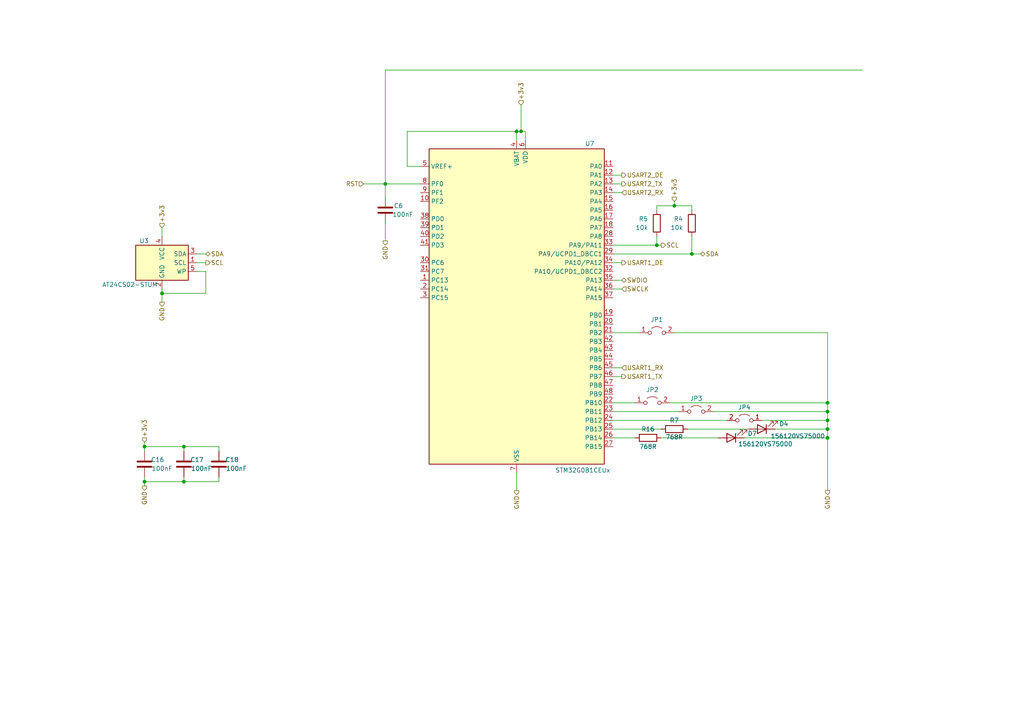
<source format=kicad_sch>
(kicad_sch (version 20250114) (generator "eeschema") (generator_version "9.0")
  (paper "A4")
  (lib_symbols
    (symbol "Device:C" (pin_numbers (hide yes)) (pin_names (offset 0.254))
      (property "Reference" "C" (at 0.635 2.54 0))
      (property "Value" "C" (at 0.635 -2.54 0))
      (symbol "C_0_1"
        (polyline (pts (xy -2.032 0.762) (xy 2.032 0.762)) (stroke (width 0.508)))
        (polyline (pts (xy -2.032 -0.762) (xy 2.032 -0.762)) (stroke (width 0.508)))
      )
      (symbol "C_1_1"
        (pin passive line (at 0 3.81 270) (length 2.794) (name "~") (number "1"))
        (pin passive line (at 0 -3.81 90) (length 2.794) (name "~") (number "2"))
      )
    )
    (symbol "Device:LED" (pin_numbers (hide yes)) (pin_names (offset 1.016) (hide yes))
      (property "Reference" "D" (at 0 2.54 0))
      (property "Value" "LED" (at 0 -2.54 0))
      (symbol "LED_0_1"
        (polyline (pts (xy -3.048 -0.762) (xy -4.572 -2.286) (xy -3.81 -2.286) (xy -4.572 -2.286) (xy -4.572 -1.524)))
        (polyline (pts (xy -1.778 -0.762) (xy -3.302 -2.286) (xy -2.54 -2.286) (xy -3.302 -2.286) (xy -3.302 -1.524)))
        (polyline (pts (xy -1.27 0) (xy 1.27 0)))
        (polyline (pts (xy -1.27 -1.27) (xy -1.27 1.27)) (stroke (width 0.254)))
        (polyline (pts (xy 1.27 -1.27) (xy 1.27 1.27) (xy -1.27 0) (xy 1.27 -1.27)) (stroke (width 0.254)))
      )
      (symbol "LED_1_1"
        (pin passive line (at -3.81 0 0) (length 2.54) (name "K") (number "1"))
        (pin passive line (at 3.81 0 180) (length 2.54) (name "A") (number "2"))
      )
    )
    (symbol "Device:R" (pin_numbers (hide yes)) (pin_names (offset 0))
      (property "Reference" "R" (at 2.032 0 90))
      (property "Value" "R" (at 0 0 90))
      (symbol "R_0_1"
        (rectangle (start -1.016 -2.54) (end 1.016 2.54) (stroke (width 0.254)))
      )
      (symbol "R_1_1"
        (pin passive line (at 0 3.81 270) (length 1.27) (name "~") (number "1"))
        (pin passive line (at 0 -3.81 90) (length 1.27) (name "~") (number "2"))
      )
    )
    (symbol "Jumper:Jumper_2_Open" (pin_names (offset 0) (hide yes))
      (property "Reference" "JP" (at 0 2.794 0))
      (property "Value" "Jumper_2_Open" (at 0 -2.286 0))
      (symbol "Jumper_2_Open_0_0"
        (circle (center -2.032 0) (radius 0.508))
        (circle (center 2.032 0) (radius 0.508))
      )
      (symbol "Jumper_2_Open_0_1"
        (arc (start -1.524 1.27) (mid 0 1.778) (end 1.524 1.27))
      )
      (symbol "Jumper_2_Open_1_1"
        (pin passive line (at -5.08 0 0) (length 2.54) (name "A") (number "1"))
        (pin passive line (at 5.08 0 180) (length 2.54) (name "B") (number "2"))
      )
    )
    (symbol "MCU_ST_STM32G0:STM32G0B1CEUx"
      (property "Reference" "U" (at -25.4 46.99 0))
      (property "Value" "STM32G0B1CEUx" (at 5.08 46.99 0))
      (symbol "STM32G0B1CEUx_0_1"
        (rectangle (start -25.4 -45.72) (end 25.4 45.72) (stroke (width 0.254)) (fill (type background)))
      )
      (symbol "STM32G0B1CEUx_1_1"
        (pin input line (at -27.94 40.64 0) (length 2.54) (name "VREF+") (number "5"))
        (pin bidirectional line (at -27.94 35.56 0) (length 2.54) (name "PF0") (number "8"))
        (pin bidirectional line (at -27.94 33.02 0) (length 2.54) (name "PF1") (number "9"))
        (pin bidirectional line (at -27.94 30.48 0) (length 2.54) (name "PF2") (number "10"))
        (pin bidirectional line (at -27.94 25.4 0) (length 2.54) (name "PD0") (number "38"))
        (pin bidirectional line (at -27.94 22.86 0) (length 2.54) (name "PD1") (number "39"))
        (pin bidirectional line (at -27.94 20.32 0) (length 2.54) (name "PD2") (number "40"))
        (pin bidirectional line (at -27.94 17.78 0) (length 2.54) (name "PD3") (number "41"))
        (pin bidirectional line (at -27.94 12.7 0) (length 2.54) (name "PC6") (number "30"))
        (pin bidirectional line (at -27.94 10.16 0) (length 2.54) (name "PC7") (number "31"))
        (pin bidirectional line (at -27.94 7.62 0) (length 2.54) (name "PC13") (number "1"))
        (pin bidirectional line (at -27.94 5.08 0) (length 2.54) (name "PC14") (number "2"))
        (pin bidirectional line (at -27.94 2.54 0) (length 2.54) (name "PC15") (number "3"))
        (pin power_in line (at 0 48.26 270) (length 2.54) (name "VBAT") (number "4"))
        (pin passive line (at 0 -48.26 90) (length 2.54) (hide yes) (name "VSS") (number "49"))
        (pin power_in line (at 0 -48.26 90) (length 2.54) (name "VSS") (number "7"))
        (pin power_in line (at 2.54 48.26 270) (length 2.54) (name "VDD") (number "6"))
        (pin bidirectional line (at 27.94 40.64 180) (length 2.54) (name "PA0") (number "11"))
        (pin bidirectional line (at 27.94 38.1 180) (length 2.54) (name "PA1") (number "12"))
        (pin bidirectional line (at 27.94 35.56 180) (length 2.54) (name "PA2") (number "13"))
        (pin bidirectional line (at 27.94 33.02 180) (length 2.54) (name "PA3") (number "14"))
        (pin bidirectional line (at 27.94 30.48 180) (length 2.54) (name "PA4") (number "15"))
        (pin bidirectional line (at 27.94 27.94 180) (length 2.54) (name "PA5") (number "16"))
        (pin bidirectional line (at 27.94 25.4 180) (length 2.54) (name "PA6") (number "17"))
        (pin bidirectional line (at 27.94 22.86 180) (length 2.54) (name "PA7") (number "18"))
        (pin bidirectional line (at 27.94 20.32 180) (length 2.54) (name "PA8") (number "28"))
        (pin bidirectional line (at 27.94 17.78 180) (length 2.54) (name "PA9/PA11") (number "33"))
        (pin bidirectional line (at 27.94 15.24 180) (length 2.54) (name "PA9/UCPD1_DBCC1") (number "29"))
        (pin bidirectional line (at 27.94 12.7 180) (length 2.54) (name "PA10/PA12") (number "34"))
        (pin bidirectional line (at 27.94 10.16 180) (length 2.54) (name "PA10/UCPD1_DBCC2") (number "32"))
        (pin bidirectional line (at 27.94 7.62 180) (length 2.54) (name "PA13") (number "35"))
        (pin bidirectional line (at 27.94 5.08 180) (length 2.54) (name "PA14") (number "36"))
        (pin bidirectional line (at 27.94 2.54 180) (length 2.54) (name "PA15") (number "37"))
        (pin bidirectional line (at 27.94 -2.54 180) (length 2.54) (name "PB0") (number "19"))
        (pin bidirectional line (at 27.94 -5.08 180) (length 2.54) (name "PB1") (number "20"))
        (pin bidirectional line (at 27.94 -7.62 180) (length 2.54) (name "PB2") (number "21"))
        (pin bidirectional line (at 27.94 -10.16 180) (length 2.54) (name "PB3") (number "42"))
        (pin bidirectional line (at 27.94 -12.7 180) (length 2.54) (name "PB4") (number "43"))
        (pin bidirectional line (at 27.94 -15.24 180) (length 2.54) (name "PB5") (number "44"))
        (pin bidirectional line (at 27.94 -17.78 180) (length 2.54) (name "PB6") (number "45"))
        (pin bidirectional line (at 27.94 -20.32 180) (length 2.54) (name "PB7") (number "46"))
        (pin bidirectional line (at 27.94 -22.86 180) (length 2.54) (name "PB8") (number "47"))
        (pin bidirectional line (at 27.94 -25.4 180) (length 2.54) (name "PB9") (number "48"))
        (pin bidirectional line (at 27.94 -27.94 180) (length 2.54) (name "PB10") (number "22"))
        (pin bidirectional line (at 27.94 -30.48 180) (length 2.54) (name "PB11") (number "23"))
        (pin bidirectional line (at 27.94 -33.02 180) (length 2.54) (name "PB12") (number "24"))
        (pin bidirectional line (at 27.94 -35.56 180) (length 2.54) (name "PB13") (number "25"))
        (pin bidirectional line (at 27.94 -38.1 180) (length 2.54) (name "PB14") (number "26"))
        (pin bidirectional line (at 27.94 -40.64 180) (length 2.54) (name "PB15") (number "27"))
      )
    )
    (symbol "Memory_EEPROM:AT24CS02-STUM"
      (property "Reference" "U" (at -7.62 6.35 0))
      (property "Value" "AT24CS02-STUM" (at 2.54 -6.35 0))
      (symbol "AT24CS02-STUM_1_1"
        (rectangle (start -7.62 5.08) (end 7.62 -5.08) (stroke (width 0.254)) (fill (type background)))
        (pin power_in line (at 0 7.62 270) (length 2.54) (name "VCC") (number "4"))
        (pin power_in line (at 0 -7.62 90) (length 2.54) (name "GND") (number "2"))
        (pin bidirectional line (at 10.16 2.54 180) (length 2.54) (name "SDA") (number "3"))
        (pin input line (at 10.16 0 180) (length 2.54) (name "SCL") (number "1"))
        (pin input line (at 10.16 -2.54 180) (length 2.54) (name "WP") (number "5"))
      )
    )
  )
  (junction (at 53.34 129.54))
  (junction (at 200.66 73.66))
  (junction (at 240.03 116.84))
  (junction (at 111.76 53.34))
  (junction (at 240.03 127))
  (junction (at 46.99 85.09))
  (junction (at 240.03 121.92))
  (junction (at 53.34 139.7))
  (junction (at 41.91 139.7))
  (junction (at 190.5 71.12))
  (junction (at 41.91 129.54))
  (junction (at 149.86 38.1))
  (junction (at 240.03 119.38))
  (junction (at 151.13 38.1))
  (junction (at 240.03 124.46))
  (junction (at 195.58 59.69))
  (wire (pts (xy 57.15 78.74) (xy 59.69 78.74)))
  (wire (pts (xy 177.8 53.34) (xy 180.34 53.34)))
  (wire (pts (xy 177.8 109.22) (xy 180.34 109.22)))
  (wire (pts (xy 200.66 73.66) (xy 200.66 68.58)))
  (wire (pts (xy 63.5 138.43) (xy 63.5 139.7)))
  (wire (pts (xy 177.8 55.88) (xy 180.34 55.88)))
  (wire (pts (xy 59.69 85.09) (xy 46.99 85.09)))
  (wire (pts (xy 195.58 58.42) (xy 195.58 59.69)))
  (wire (pts (xy 46.99 85.09) (xy 46.99 87.63)))
  (wire (pts (xy 53.34 139.7) (xy 63.5 139.7)))
  (wire (pts (xy 190.5 71.12) (xy 191.77 71.12)))
  (wire (pts (xy 152.4 38.1) (xy 152.4 40.64)))
  (wire (pts (xy 200.66 60.96) (xy 200.66 59.69)))
  (wire (pts (xy 149.86 137.16) (xy 149.86 142.24)))
  (wire (pts (xy 240.03 121.92) (xy 240.03 124.46)))
  (wire (pts (xy 195.58 96.52) (xy 240.03 96.52)))
  (wire (pts (xy 177.8 124.46) (xy 191.77 124.46)))
  (wire (pts (xy 240.03 119.38) (xy 240.03 121.92)))
  (wire (pts (xy 111.76 53.34) (xy 111.76 57.15)))
  (wire (pts (xy 53.34 129.54) (xy 41.91 129.54)))
  (wire (pts (xy 151.13 30.48) (xy 151.13 38.1)))
  (wire (pts (xy 200.66 73.66) (xy 203.2 73.66)))
  (wire (pts (xy 111.76 53.34) (xy 121.92 53.34)))
  (wire (pts (xy 177.8 73.66) (xy 200.66 73.66)))
  (wire (pts (xy 240.03 127) (xy 240.03 142.24)))
  (wire (pts (xy 41.91 128.27) (xy 41.91 129.54)))
  (wire (pts (xy 199.39 124.46) (xy 217.17 124.46)))
  (wire (pts (xy 53.34 138.43) (xy 53.34 139.7)))
  (wire (pts (xy 105.41 53.34) (xy 111.76 53.34)))
  (wire (pts (xy 240.03 116.84) (xy 240.03 119.38)))
  (wire (pts (xy 200.66 59.69) (xy 195.58 59.69)))
  (wire (pts (xy 63.5 129.54) (xy 53.34 129.54)))
  (wire (pts (xy 177.8 76.2) (xy 180.34 76.2)))
  (wire (pts (xy 41.91 139.7) (xy 53.34 139.7)))
  (wire (pts (xy 121.92 48.26) (xy 118.11 48.26)))
  (wire (pts (xy 220.98 121.92) (xy 240.03 121.92)))
  (wire (pts (xy 151.13 38.1) (xy 152.4 38.1)))
  (wire (pts (xy 57.15 73.66) (xy 59.69 73.66)))
  (wire (pts (xy 53.34 129.54) (xy 53.34 130.81)))
  (wire (pts (xy 46.99 83.82) (xy 46.99 85.09)))
  (wire (pts (xy 57.15 76.2) (xy 59.69 76.2)))
  (wire (pts (xy 41.91 138.43) (xy 41.91 139.7)))
  (wire (pts (xy 63.5 130.81) (xy 63.5 129.54)))
  (wire (pts (xy 149.86 38.1) (xy 151.13 38.1)))
  (wire (pts (xy 111.76 20.32) (xy 111.76 53.34)))
  (wire (pts (xy 250.19 20.32) (xy 111.76 20.32)))
  (wire (pts (xy 215.9 127) (xy 240.03 127)))
  (wire (pts (xy 177.8 50.8) (xy 180.34 50.8)))
  (wire (pts (xy 177.8 127) (xy 184.15 127)))
  (wire (pts (xy 224.79 124.46) (xy 240.03 124.46)))
  (wire (pts (xy 177.8 106.68) (xy 180.34 106.68)))
  (wire (pts (xy 190.5 60.96) (xy 190.5 59.69)))
  (wire (pts (xy 177.8 119.38) (xy 196.85 119.38)))
  (wire (pts (xy 111.76 64.77) (xy 111.76 69.85)))
  (wire (pts (xy 41.91 139.7) (xy 41.91 140.97)))
  (wire (pts (xy 177.8 116.84) (xy 184.15 116.84)))
  (wire (pts (xy 149.86 40.64) (xy 149.86 38.1)))
  (wire (pts (xy 177.8 121.92) (xy 210.82 121.92)))
  (wire (pts (xy 177.8 81.28) (xy 180.34 81.28)))
  (wire (pts (xy 41.91 129.54) (xy 41.91 130.81)))
  (wire (pts (xy 195.58 59.69) (xy 190.5 59.69)))
  (wire (pts (xy 240.03 124.46) (xy 240.03 127)))
  (wire (pts (xy 177.8 96.52) (xy 185.42 96.52)))
  (wire (pts (xy 208.28 127) (xy 191.77 127)))
  (wire (pts (xy 177.8 71.12) (xy 190.5 71.12)))
  (wire (pts (xy 177.8 83.82) (xy 180.34 83.82)))
  (wire (pts (xy 46.99 66.04) (xy 46.99 68.58)))
  (wire (pts (xy 190.5 68.58) (xy 190.5 71.12)))
  (wire (pts (xy 118.11 38.1) (xy 118.11 48.26)))
  (wire (pts (xy 240.03 96.52) (xy 240.03 116.84)))
  (wire (pts (xy 118.11 38.1) (xy 149.86 38.1)))
  (wire (pts (xy 59.69 78.74) (xy 59.69 85.09)))
  (wire (pts (xy 207.01 119.38) (xy 240.03 119.38)))
  (wire (pts (xy 194.31 116.84) (xy 240.03 116.84)))
  (hierarchical_label "GND" (shape output) (at 149.86 142.24 270))
  (hierarchical_label "SDA" (shape bidirectional) (at 59.69 73.66 0))
  (hierarchical_label "USART1_DE" (shape output) (at 180.34 76.2 0))
  (hierarchical_label "SWDIO" (shape bidirectional) (at 180.34 81.28 0))
  (hierarchical_label "USART2_TX" (shape output) (at 180.34 53.34 0))
  (hierarchical_label "USART2_RX" (shape input) (at 180.34 55.88 0))
  (hierarchical_label "SCL" (shape output) (at 191.77 71.12 0))
  (hierarchical_label "GND" (shape output) (at 41.91 140.97 270))
  (hierarchical_label "SCL" (shape output) (at 59.69 76.2 0))
  (hierarchical_label "SWCLK" (shape input) (at 180.34 83.82 0))
  (hierarchical_label "GND" (shape output) (at 240.03 142.24 270))
  (hierarchical_label "+3v3" (shape input) (at 151.13 30.48 90))
  (hierarchical_label "SDA" (shape bidirectional) (at 203.2 73.66 0))
  (hierarchical_label "GND" (shape output) (at 111.76 69.85 270))
  (hierarchical_label "+3v3" (shape input) (at 41.91 128.27 90))
  (hierarchical_label "USART2_DE" (shape output) (at 180.34 50.8 0))
  (hierarchical_label "RST" (shape input) (at 105.41 53.34 180))
  (hierarchical_label "USART1_TX" (shape output) (at 180.34 109.22 0))
  (hierarchical_label "USART1_RX" (shape input) (at 180.34 106.68 0))
  (hierarchical_label "+3v3" (shape input) (at 46.99 66.04 90))
  (hierarchical_label "+3v3" (shape input) (at 195.58 58.42 90))
  (hierarchical_label "GND" (shape output) (at 46.99 87.63 270))
  (symbol (lib_id "Device:LED") (at 212.09 127 180) (unit 1)
    (property "Reference" "D7" (at 218.186 125.73 0))
    (property "Value" "156120VS75000" (at 221.996 128.778 0))
    (property "Footprint" "LT600_Adapter:WL-SMRW" (effects (hide yes)))
    (property "Datasheet" "https://www.we-online.com/components/products/datasheet/156120VS75000.pdf" (effects (hide yes)))
  )
  (symbol (lib_id "Device:R") (at 187.96 127 270) (unit 1)
    (property "Reference" "R16" (at 187.96 124.46 90))
    (property "Value" "768R" (at 187.96 129.54 90))
    (property "Footprint" "Resistor_SMD:R_0603_1608Metric" (effects (hide yes)))
  )
  (symbol (lib_id "Device:C") (at 53.34 134.62 180) (unit 1)
    (property "Reference" "C17" (at 57.15 133.35 0))
    (property "Value" "100nF" (at 58.42 135.89 0))
    (property "Footprint" "Capacitor_SMD:C_0402_1005Metric" (effects (hide yes)))
    (property "Voltage" "25V" (effects (hide yes)))
  )
  (symbol (lib_id "Device:C") (at 41.91 134.62 180) (unit 1)
    (property "Reference" "C16" (at 45.72 133.35 0))
    (property "Value" "100nF" (at 46.99 135.89 0))
    (property "Footprint" "Capacitor_SMD:C_0402_1005Metric" (effects (hide yes)))
    (property "Voltage" "25V" (effects (hide yes)))
  )
  (symbol (lib_id "Memory_EEPROM:AT24CS02-STUM") (at 46.99 76.2 0) (unit 1)
    (property "Reference" "U3" (at 43.18 69.85 0) (effects (justify right)))
    (property "Value" "AT24CS02-STUM" (at 45.72 82.55 0) (effects (justify right)))
    (property "Footprint" "Package_TO_SOT_SMD:SOT-23-5" (effects (hide yes)))
    (property "Datasheet" "http://ww1.microchip.com/downloads/en/DeviceDoc/Atmel-8815-SEEPROM-AT24CS01-02-Datasheet.pdf" (effects (hide yes)))
    (property "Description" "I2C Serial EEPROM, 2Kb (256x8) with Unique Serial Number, SOT-23-5" (effects (hide yes)))
  )
  (symbol (lib_id "MCU_ST_STM32G0:STM32G0B1CEUx") (at 149.86 88.9 0) (unit 1)
    (property "Reference" "U7" (at 169.672 41.656 0) (effects (justify left)))
    (property "Value" "STM32G0B1CEUx" (at 161.036 136.398 0) (effects (justify left)))
    (property "Footprint" "Package_DFN_QFN:QFN-48-1EP_7x7mm_P0.5mm_EP5.6x5.6mm" (effects (hide yes)))
    (property "Datasheet" "https://www.st.com/resource/en/datasheet/stm32g0b1ce.pdf" (effects (hide yes)))
    (property "Description" "STMicroelectronics Arm Cortex-M0+ MCU, 512KB flash, 144KB RAM, 64 MHz, 1.7-3.6V, 44 GPIO, UFQFPN48" (effects (hide yes)))
  )
  (symbol (lib_id "Jumper:Jumper_2_Open") (at 201.93 119.38 0) (unit 1) (in_bom no)
    (property "Reference" "JP3" (at 201.93 115.57 0))
    (property "Value" "Jumper_2_Open" (effects (hide yes)))
    (property "Footprint" "Jumper:SolderJumper-2_P1.3mm_Open_RoundedPad1.0x1.5mm" (effects (hide yes)))
  )
  (symbol (lib_id "Jumper:Jumper_2_Open") (at 215.9 121.92 0) (mirror y) (unit 1) (in_bom no)
    (property "Reference" "JP4" (at 215.9 118.11 0))
    (property "Value" "Jumper_2_Open" (effects (hide yes)))
    (property "Footprint" "Jumper:SolderJumper-2_P1.3mm_Open_RoundedPad1.0x1.5mm" (effects (hide yes)))
  )
  (symbol (lib_id "Device:R") (at 200.66 64.77 0) (mirror y) (unit 1)
    (property "Reference" "R4" (at 198.12 63.4999 0) (effects (justify left)))
    (property "Value" "10k" (at 198.12 66.0399 0) (effects (justify left)))
    (property "Footprint" "Resistor_SMD:R_0402_1005Metric" (effects (hide yes)))
  )
  (symbol (lib_id "Device:C") (at 63.5 134.62 180) (unit 1)
    (property "Reference" "C18" (at 67.31 133.35 0))
    (property "Value" "100nF" (at 68.58 135.89 0))
    (property "Footprint" "Capacitor_SMD:C_0402_1005Metric" (effects (hide yes)))
    (property "Voltage" "25V" (effects (hide yes)))
  )
  (symbol (lib_id "Jumper:Jumper_2_Open") (at 189.23 116.84 0) (unit 1) (in_bom no)
    (property "Reference" "JP2" (at 189.23 113.03 0))
    (property "Value" "Jumper_2_Open" (effects (hide yes)))
    (property "Footprint" "Jumper:SolderJumper-2_P1.3mm_Open_RoundedPad1.0x1.5mm" (effects (hide yes)))
  )
  (symbol (lib_id "Device:R") (at 190.5 64.77 0) (mirror y) (unit 1)
    (property "Reference" "R5" (at 187.96 63.4999 0) (effects (justify left)))
    (property "Value" "10k" (at 187.96 66.0399 0) (effects (justify left)))
    (property "Footprint" "Resistor_SMD:R_0402_1005Metric" (effects (hide yes)))
  )
  (symbol (lib_id "Device:LED") (at 220.98 124.46 180) (unit 1)
    (property "Reference" "D4" (at 227.33 122.936 0))
    (property "Value" "156120VS75000" (at 231.394 126.492 0))
    (property "Footprint" "LT600_Adapter:WL-SMRW" (effects (hide yes)))
    (property "Datasheet" "https://www.we-online.com/components/products/datasheet/156120VS75000.pdf" (effects (hide yes)))
  )
  (symbol (lib_id "Device:R") (at 195.58 124.46 270) (unit 1)
    (property "Reference" "R7" (at 195.58 121.92 90))
    (property "Value" "768R" (at 195.58 126.746 90))
    (property "Footprint" "Resistor_SMD:R_0603_1608Metric" (effects (hide yes)))
  )
  (symbol (lib_id "Jumper:Jumper_2_Open") (at 190.5 96.52 0) (unit 1) (in_bom no)
    (property "Reference" "JP1" (at 190.5 92.71 0))
    (property "Value" "Jumper_2_Open" (effects (hide yes)))
    (property "Footprint" "Jumper:SolderJumper-2_P1.3mm_Open_RoundedPad1.0x1.5mm" (effects (hide yes)))
  )
  (symbol (lib_id "Device:C") (at 111.76 60.96 180) (unit 1)
    (property "Reference" "C6" (at 115.57 59.69 0))
    (property "Value" "100nF" (at 116.84 62.23 0))
    (property "Footprint" "Capacitor_SMD:C_0402_1005Metric" (effects (hide yes)))
    (property "Voltage" "25V" (effects (hide yes)))
  )
)
</source>
